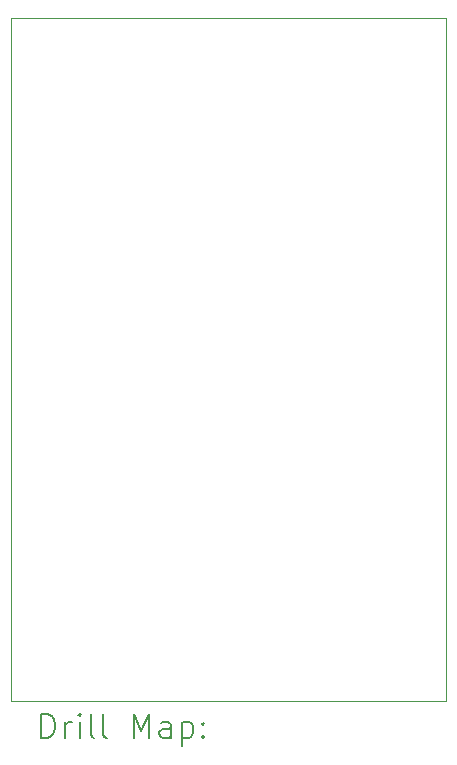
<source format=gbr>
%FSLAX45Y45*%
G04 Gerber Fmt 4.5, Leading zero omitted, Abs format (unit mm)*
G04 Created by KiCad (PCBNEW 6.0.0-d3dd2cf0fa~116~ubuntu20.04.1) date 2022-01-26 23:04:27*
%MOMM*%
%LPD*%
G01*
G04 APERTURE LIST*
%TA.AperFunction,Profile*%
%ADD10C,0.050000*%
%TD*%
%ADD11C,0.200000*%
G04 APERTURE END LIST*
D10*
X11112500Y-9334500D02*
X14795500Y-9334500D01*
X14795500Y-9334500D02*
X14795500Y-15113000D01*
X14795500Y-15113000D02*
X11112500Y-15113000D01*
X11112500Y-15113000D02*
X11112500Y-9334500D01*
D11*
X11367619Y-15425976D02*
X11367619Y-15225976D01*
X11415238Y-15225976D01*
X11443809Y-15235500D01*
X11462857Y-15254548D01*
X11472381Y-15273595D01*
X11481905Y-15311690D01*
X11481905Y-15340262D01*
X11472381Y-15378357D01*
X11462857Y-15397405D01*
X11443809Y-15416452D01*
X11415238Y-15425976D01*
X11367619Y-15425976D01*
X11567619Y-15425976D02*
X11567619Y-15292643D01*
X11567619Y-15330738D02*
X11577143Y-15311690D01*
X11586667Y-15302167D01*
X11605714Y-15292643D01*
X11624762Y-15292643D01*
X11691428Y-15425976D02*
X11691428Y-15292643D01*
X11691428Y-15225976D02*
X11681905Y-15235500D01*
X11691428Y-15245024D01*
X11700952Y-15235500D01*
X11691428Y-15225976D01*
X11691428Y-15245024D01*
X11815238Y-15425976D02*
X11796190Y-15416452D01*
X11786667Y-15397405D01*
X11786667Y-15225976D01*
X11920000Y-15425976D02*
X11900952Y-15416452D01*
X11891428Y-15397405D01*
X11891428Y-15225976D01*
X12148571Y-15425976D02*
X12148571Y-15225976D01*
X12215238Y-15368833D01*
X12281905Y-15225976D01*
X12281905Y-15425976D01*
X12462857Y-15425976D02*
X12462857Y-15321214D01*
X12453333Y-15302167D01*
X12434286Y-15292643D01*
X12396190Y-15292643D01*
X12377143Y-15302167D01*
X12462857Y-15416452D02*
X12443809Y-15425976D01*
X12396190Y-15425976D01*
X12377143Y-15416452D01*
X12367619Y-15397405D01*
X12367619Y-15378357D01*
X12377143Y-15359309D01*
X12396190Y-15349786D01*
X12443809Y-15349786D01*
X12462857Y-15340262D01*
X12558095Y-15292643D02*
X12558095Y-15492643D01*
X12558095Y-15302167D02*
X12577143Y-15292643D01*
X12615238Y-15292643D01*
X12634286Y-15302167D01*
X12643809Y-15311690D01*
X12653333Y-15330738D01*
X12653333Y-15387881D01*
X12643809Y-15406928D01*
X12634286Y-15416452D01*
X12615238Y-15425976D01*
X12577143Y-15425976D01*
X12558095Y-15416452D01*
X12739048Y-15406928D02*
X12748571Y-15416452D01*
X12739048Y-15425976D01*
X12729524Y-15416452D01*
X12739048Y-15406928D01*
X12739048Y-15425976D01*
X12739048Y-15302167D02*
X12748571Y-15311690D01*
X12739048Y-15321214D01*
X12729524Y-15311690D01*
X12739048Y-15302167D01*
X12739048Y-15321214D01*
M02*

</source>
